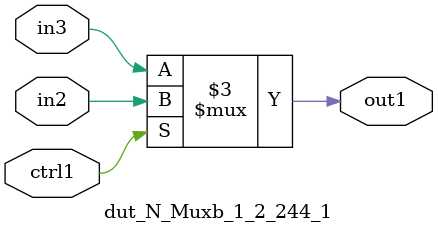
<source format=v>

`timescale 1ps / 1ps


module dut_N_Muxb_1_2_244_1( in3, in2, ctrl1, out1 );

    input in3;
    input in2;
    input ctrl1;
    output out1;
    reg out1;

    
    // rtl_process:dut_N_Muxb_1_2_244_1/dut_N_Muxb_1_2_244_1_thread_1
    always @*
      begin : dut_N_Muxb_1_2_244_1_thread_1
        case (ctrl1) 
          1'b1: 
            begin
              out1 = in2;
            end
          default: 
            begin
              out1 = in3;
            end
        endcase
      end

endmodule



</source>
